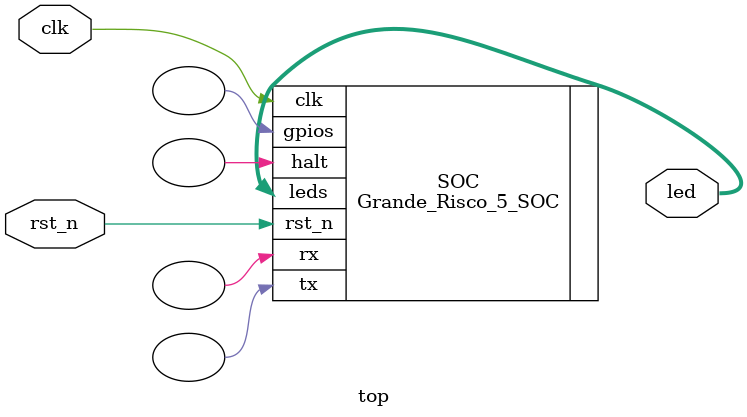
<source format=sv>
module top (
    input  logic clk,
    input  logic rst_n,
    output logic [7:0]led
);

Grande_Risco_5_SOC #(
    .CLOCK_FREQ             (25000000),
    .BAUD_RATE              (115200),
    .MEMORY_SIZE            (4096),
    .MEMORY_FILE            ("../../verification_tests/memory/led_test.hex"),
    .GPIO_WIDHT             (6),
    .UART_BUFFER_SIZE       (16),
    .I_CACHE_SIZE           (72),
    .D_CACHE_SIZE           (72),
    .BRANCH_PREDICTION_SIZE (64)
) SOC (
    .clk   (clk),
    .rst_n (rst_n),
    .leds  (led),
    .rx    (),
    .tx    (),
    .gpios (),
    .halt  ()
);


endmodule

</source>
